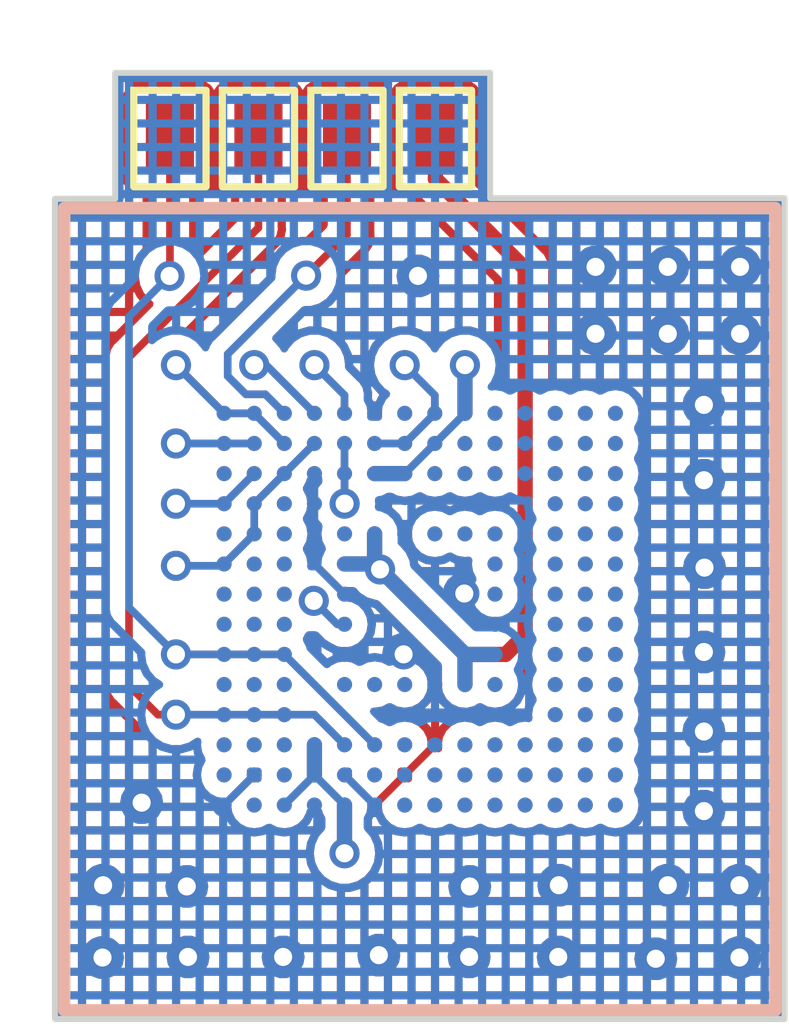
<source format=kicad_pcb>
(kicad_pcb (version 20221018) (generator pcbnew)
  (layers (0 "F.Cu" signal) (31 "B.Cu" signal) (34 "B.Paste" user) (35 "F.Paste" user) (36 "B.SilkS" user "B.Silkscreen") (37 "F.SilkS" user "F.Silkscreen") (38 "B.Mask" user) (39 "F.Mask" user) (44 "Edge.Cuts" user))
  (net 0 "")
  (net 1 "Net-(Bottom1-DAT0)")
  (net 2 "Net-(Bottom1-DAT1)")
  (net 3 "Net-(Bottom1-DAT2)")
  (net 4 "GND")
  (net 5 "Net-(Bottom1-DAT3)")
  (net 6 "Net-(Bottom1-DAT4)")
  (net 7 "Net-(Bottom1-DAT5)")
  (net 8 "Net-(Bottom1-DAT6)")
  (net 9 "Net-(Bottom1-DAT7)")
  (net 10 "VDDI")
  (net 11 "VDD")
  (net 12 "VDDF")
  (net 13 "Net-(Bottom1-DS)")
  (net 15 "Net-(Bottom1-CMD)")
  (net 16 "Net-(Bottom1-CLK)")
  (footprint "SniffPoint:VDDF" (layer "F.Cu") (at 146.91 93.27)
    (fp_text reference "SP4" hide)
    (fp_text value "VDDF")
  )
  (footprint "KLMCG4JETD:Top" (layer "F.Cu") (at 146.65 101.08)
    (fp_text reference "Top1" hide)
    (fp_text value "~" hide)
  )
  (footprint "SniffPoint:DAT0" (layer "F.Cu") (at 145.44 93.27)
    (fp_text reference "SP3" hide)
    (fp_text value "DAT0")
  )
  (footprint "SniffPoint:CMD" (layer "F.Cu") (at 143.97 93.27)
    (fp_text reference "SP1" hide)
    (fp_text value "CMD")
  )
  (footprint "SniffPoint:CLK" (layer "F.Cu") (at 142.5 93.27)
    (fp_text reference "SP2" hide)
    (fp_text value "CLK")
  )
  (footprint "KLMCG4JETD:Bottom" (layer "B.Cu") (at 146.65 101.08 180)
    (fp_text reference "Bottom1" hide)
    (fp_text value "~" hide)
  )
  (gr_poly (pts (xy 141.59 92.18) (xy 147.82 92.18) (xy 147.82 94.26) (xy 152.71 94.26) (xy 152.71 107.88) (xy 140.59 107.88) (xy 140.59 104.03) (xy 140.59 103.84) (xy 140.59 94.27) (xy 141.59 94.27)) (stroke (width 0.1)) (fill none) (layer "Edge.Cuts"))
  (segment (start 143.761538 97.5145) (end 144.0845 97.5145) (width 0.127) (layer "F.Cu") (net 1))
  (segment (start 143.4595 97.212462) (end 143.761538 97.5145) (width 0.127) (layer "F.Cu") (net 1))
  (segment (start 145.44 94.867039) (end 145.44 93.27) (width 0.127) (layer "F.Cu") (net 1))
  (segment (start 144.0845 97.5145) (end 144.4 97.83) (width 0.127) (layer "F.Cu") (net 1))
  (segment (start 144.76176 95.545279) (end 143.4595 96.847539) (width 0.127) (layer "F.Cu") (net 1))
  (segment (start 144.76176 95.545279) (end 145.44 94.867039) (width 0.127) (layer "F.Cu") (net 1))
  (segment (start 143.4595 96.847539) (end 143.4595 97.212462) (width 0.127) (layer "F.Cu") (net 1))
  (via (at 144.76176 95.545279) (size 0.5) (drill 0.3) (layers "F.Cu" "B.Cu") (net 1))
  (segment (start 144.0845 97.5145) (end 144.4 97.83) (width 0.127) (layer "B.Cu") (net 1))
  (segment (start 143.46 96.847039) (end 143.46 97.212962) (width 0.127) (layer "B.Cu") (net 1))
  (segment (start 143.46 97.212962) (end 143.761538 97.5145) (width 0.127) (layer "B.Cu") (net 1))
  (segment (start 144.76176 95.545279) (end 143.46 96.847039) (width 0.127) (layer "B.Cu") (net 1))
  (segment (start 143.761538 97.5145) (end 144.0845 97.5145) (width 0.127) (layer "B.Cu") (net 1))
  (segment (start 144.9 97.83) (end 144.1 97.03) (width 0.127) (layer "F.Cu") (net 2))
  (segment (start 144.1 97.03) (end 143.9 97.03) (width 0.127) (layer "F.Cu") (net 2))
  (via (at 143.9 97.03) (size 0.5) (drill 0.3) (layers "F.Cu" "B.Cu") (net 2))
  (segment (start 144.9 97.83) (end 144.1 97.03) (width 0.127) (layer "B.Cu") (net 2))
  (segment (start 144.1 97.03) (end 143.9 97.03) (width 0.127) (layer "B.Cu") (net 2))
  (segment (start 145.4 97.53) (end 144.9 97.03) (width 0.127) (layer "F.Cu") (net 3))
  (segment (start 145.4 97.83) (end 145.4 97.53) (width 0.127) (layer "F.Cu") (net 3))
  (via (at 144.9 97.03) (size 0.5) (drill 0.3) (layers "F.Cu" "B.Cu") (net 3))
  (segment (start 145.4 97.83) (end 145.4 97.53) (width 0.127) (layer "B.Cu") (net 3))
  (segment (start 145.4 97.53) (end 144.9 97.03) (width 0.127) (layer "B.Cu") (net 3))
  (segment (start 145.4 103.83) (end 145.9 104.33) (width 0.127) (layer "F.Cu") (net 4))
  (segment (start 144.9 98.83) (end 144.9 99.33) (width 0.127) (layer "F.Cu") (net 4))
  (segment (start 146.4 103.83) (end 146.9 103.33) (width 0.127) (layer "F.Cu") (net 4))
  (segment (start 145.9 104.33) (end 146.4 103.83) (width 0.127) (layer "F.Cu") (net 4))
  (segment (start 143.9 103.83) (end 143.4 104.33) (width 0.127) (layer "F.Cu") (net 4))
  (segment (start 146.381439 101.828841) (end 146.38028 101.83) (width 0.127) (layer "F.Cu") (net 4))
  (segment (start 146.381439 101.828841) (end 146.398841 101.828841) (width 0.127) (layer "F.Cu") (net 4))
  (segment (start 146.381439 101.828841) (end 146.381439 101.811439) (width 0.127) (layer "F.Cu") (net 4))
  (segment (start 145.4 100.83) (end 144.9 100.33) (width 0.127) (layer "F.Cu") (net 4))
  (segment (start 144.9 100.33) (end 144.9 99.33) (width 0.127) (layer "F.Cu") (net 4))
  (via (at 151.37 97.69) (size 0.5) (drill 0.3) (layers "F.Cu" "B.Cu") (net 4))
  (via (at 146.381439 101.828841) (size 0.5) (drill 0.3) (layers "F.Cu" "B.Cu") (net 4))
  (via (at 142.78 105.68) (size 0.5) (drill 0.3) (layers "F.Cu" "B.Cu") (net 4))
  (via (at 150.57 106.88) (size 0.5) (drill 0.3) (layers "F.Cu" "B.Cu") (net 4))
  (via (at 151.97 95.4) (size 0.5) (drill 0.3) (layers "F.Cu" "B.Cu") (net 4))
  (via (at 147.47 106.85) (size 0.5) (drill 0.3) (layers "F.Cu" "B.Cu") (net 4))
  (via (at 144.38 106.85) (size 0.5) (drill 0.3) (layers "F.Cu" "B.Cu") (net 4))
  (via (at 142.03 104.29) (size 0.5) (drill 0.3) (layers "F.Cu" "B.Cu") (net 4))
  (via (at 146.62 95.55) (size 0.5) (drill 0.3) (layers "F.Cu" "B.Cu") (net 4))
  (via (at 151.37 101.79) (size 0.5) (drill 0.3) (layers "F.Cu" "B.Cu") (net 4))
  (via (at 151.38 100.39) (size 0.5) (drill 0.3) (layers "F.Cu" "B.Cu") (net 4))
  (via (at 147.48 105.68) (size 0.5) (drill 0.3) (layers "F.Cu" "B.Cu") (net 4))
  (via (at 148.96 105.66) (size 0.5) (drill 0.3) (layers "F.Cu" "B.Cu") (net 4))
  (via (at 151.37 104.43) (size 0.5) (drill 0.3) (layers "F.Cu" "B.Cu") (net 4))
  (via (at 145.97 106.82) (size 0.5) (drill 0.3) (layers "F.Cu" "B.Cu") (net 4))
  (via (at 149.57 96.51) (size 0.5) (drill 0.3) (layers "F.Cu" "B.Cu") (net 4))
  (via (at 149.57 95.4) (size 0.5) (drill 0.3) (layers "F.Cu" "B.Cu") (net 4))
  (via (at 151.97 96.51) (size 0.5) (drill 0.3) (layers "F.Cu" "B.Cu") (net 4))
  (via (at 148.95 106.85) (size 0.5) (drill 0.3) (layers "F.Cu" "B.Cu") (net 4))
  (via (at 142.8 106.85) (size 0.5) (drill 0.3) (layers "F.Cu" "B.Cu") (net 4))
  (via (at 141.38 106.86) (size 0.5) (drill 0.3) (layers "F.Cu" "B.Cu") (net 4))
  (via (at 151.96 106.86) (size 0.5) (drill 0.3) (layers "F.Cu" "B.Cu") (net 4))
  (via (at 151.96 105.66) (size 0.5) (drill 0.3) (layers "F.Cu" "B.Cu") (net 4))
  (via (at 150.77 105.66) (size 0.5) (drill 0.3) (layers "F.Cu" "B.Cu") (net 4))
  (via (at 150.77 96.51) (size 0.5) (drill 0.3) (layers "F.Cu" "B.Cu") (net 4))
  (via (at 151.37 98.94) (size 0.5) (drill 0.3) (layers "F.Cu" "B.Cu") (net 4))
  (via (at 141.39 105.66) (size 0.5) (drill 0.3) (layers "F.Cu" "B.Cu") (net 4))
  (via (at 151.37 103.11) (size 0.5) (drill 0.3) (layers "F.Cu" "B.Cu") (net 4))
  (via (at 147.39 100.82) (size 0.5) (drill 0.3) (layers "F.Cu" "B.Cu") (net 4))
  (via (at 150.77 95.4) (size 0.5) (drill 0.3) (layers "F.Cu" "B.Cu") (net 4))
  (segment (start 146.381439 101.828841) (end 146.381439 101.811439) (width 0.127) (layer "B.Cu") (net 4))
  (segment (start 144.9 100.33) (end 145.4 100.83) (width 0.127) (layer "B.Cu") (net 4))
  (segment (start 143.9 103.83) (end 143.4 104.33) (width 0.127) (layer "B.Cu") (net 4))
  (segment (start 144.9 98.83) (end 144.9 99.33) (width 0.127) (layer "B.Cu") (net 4))
  (segment (start 146.381439 101.828841) (end 146.38028 101.83) (width 0.127) (layer "B.Cu") (net 4))
  (segment (start 146.381439 101.828841) (end 146.398841 101.828841) (width 0.127) (layer "B.Cu") (net 4))
  (segment (start 145.4 103.83) (end 145.9 104.33) (width 0.127) (layer "B.Cu") (net 4))
  (segment (start 144.9 99.33) (end 144.9 100.33) (width 0.127) (layer "B.Cu") (net 4))
  (segment (start 143.9 98.33) (end 142.6 98.33) (width 0.127) (layer "F.Cu") (net 5))
  (via (at 142.6 98.33) (size 0.5) (drill 0.3) (layers "F.Cu" "B.Cu") (net 5))
  (segment (start 143.9 98.33) (end 143.4 98.33) (width 0.127) (layer "B.Cu") (net 5))
  (segment (start 143.4 98.33) (end 142.6 98.33) (width 0.127) (layer "B.Cu") (net 5))
  (segment (start 143.9 97.83) (end 143.4 97.83) (width 0.127) (layer "F.Cu") (net 6))
  (segment (start 144.4 98.33) (end 143.9 97.83) (width 0.127) (layer "F.Cu") (net 6))
  (segment (start 143.4 97.83) (end 142.6 97.03) (width 0.127) (layer "F.Cu") (net 6))
  (via (at 142.6 97.03) (size 0.5) (drill 0.3) (layers "F.Cu" "B.Cu") (net 6))
  (segment (start 144.4 98.33) (end 143.9 97.83) (width 0.127) (layer "B.Cu") (net 6))
  (segment (start 143.9 97.83) (end 143.4 97.83) (width 0.127) (layer "B.Cu") (net 6))
  (segment (start 143.4 97.83) (end 142.6 97.03) (width 0.127) (layer "B.Cu") (net 6))
  (segment (start 143.37 100.36) (end 142.61 100.36) (width 0.127) (layer "F.Cu") (net 7))
  (segment (start 143.9 99.83) (end 143.4 100.33) (width 0.127) (layer "F.Cu") (net 7))
  (segment (start 143.9 99.33) (end 143.9 99.83) (width 0.127) (layer "F.Cu") (net 7))
  (segment (start 144.9 98.33) (end 143.9 99.33) (width 0.127) (layer "F.Cu") (net 7))
  (via (at 142.6 100.36) (size 0.5) (drill 0.3) (layers "F.Cu" "B.Cu") (net 7))
  (segment (start 144.9 98.33) (end 144.4 98.83) (width 0.127) (layer "B.Cu") (net 7))
  (segment (start 143.37 100.36) (end 142.61 100.36) (width 0.127) (layer "B.Cu") (net 7))
  (segment (start 143.9 99.83) (end 143.37 100.36) (width 0.127) (layer "B.Cu") (net 7))
  (segment (start 144.4 98.83) (end 143.9 99.33) (width 0.127) (layer "B.Cu") (net 7))
  (segment (start 143.9 99.33) (end 143.9 99.83) (width 0.127) (layer "B.Cu") (net 7))
  (segment (start 145.4015 99.328498) (end 145.4015 98.8315) (width 0.127) (layer "F.Cu") (net 8))
  (segment (start 145.4015 98.8315) (end 145.4 98.83) (width 0.127) (layer "F.Cu") (net 8))
  (segment (start 145.4 98.33) (end 145.4 98.83) (width 0.127) (layer "F.Cu") (net 8))
  (via (at 145.4015 99.328498) (size 0.5) (drill 0.3) (layers "F.Cu" "B.Cu") (net 8))
  (segment (start 145.4 98.33) (end 145.4 98.83) (width 0.127) (layer "B.Cu") (net 8))
  (segment (start 145.4 99.326998) (end 145.4015 99.328498) (width 0.127) (layer "B.Cu") (net 8))
  (segment (start 145.4 98.83) (end 145.4 99.326998) (width 0.127) (layer "B.Cu") (net 8))
  (segment (start 146.4 98.33) (end 146.9 97.83) (width 0.127) (layer "F.Cu") (net 9))
  (segment (start 146.9 97.53) (end 146.4 97.03) (width 0.127) (layer "F.Cu") (net 9))
  (segment (start 146.9 97.83) (end 146.9 97.53) (width 0.127) (layer "F.Cu") (net 9))
  (segment (start 145.9 98.33) (end 146.4 98.33) (width 0.127) (layer "F.Cu") (net 9))
  (via (at 146.4 97.03) (size 0.5) (drill 0.3) (layers "F.Cu" "B.Cu") (net 9))
  (segment (start 146.9 97.53) (end 146.4 97.03) (width 0.127) (layer "B.Cu") (net 9))
  (segment (start 145.9 98.33) (end 146.4 98.33) (width 0.127) (layer "B.Cu") (net 9))
  (segment (start 146.4 98.33) (end 146.9 97.83) (width 0.127) (layer "B.Cu") (net 9))
  (segment (start 146.9 97.83) (end 146.9 97.53) (width 0.127) (layer "B.Cu") (net 9))
  (segment (start 142.61 99.33) (end 143.4 99.33) (width 0.127) (layer "F.Cu") (net 10))
  (segment (start 143.9 98.83) (end 143.4 99.33) (width 0.127) (layer "F.Cu") (net 10))
  (via (at 142.6 99.33) (size 0.5) (drill 0.3) (layers "F.Cu" "B.Cu") (net 10))
  (segment (start 143.4 99.33) (end 142.6 99.33) (width 0.127) (layer "B.Cu") (net 10))
  (segment (start 143.9 98.83) (end 143.4 99.33) (width 0.127) (layer "B.Cu") (net 10))
  (segment (start 146.9 98.33) (end 147.4 97.83) (width 0.127) (layer "F.Cu") (net 11))
  (segment (start 144.9 103.33) (end 144.9 103.83) (width 0.254) (layer "F.Cu") (net 11))
  (segment (start 144.9 103.83) (end 144.4 104.33) (width 0.127) (layer "F.Cu") (net 11))
  (segment (start 146.4 98.83) (end 146.9 98.33) (width 0.127) (layer "F.Cu") (net 11))
  (segment (start 145.4 104.33) (end 145.4 105.13) (width 0.254) (layer "F.Cu") (net 11))
  (segment (start 144.9 103.83) (end 145.4 104.33) (width 0.127) (layer "F.Cu") (net 11))
  (segment (start 147.4 97.83) (end 147.4 97.03) (width 0.254) (layer "F.Cu") (net 11))
  (segment (start 145.9 98.83) (end 146.4 98.83) (width 0.254) (layer "F.Cu") (net 11))
  (via (at 145.4 105.13) (size 0.5) (drill 0.3) (layers "F.Cu" "B.Cu") (net 11))
  (via (at 147.4 97.03) (size 0.5) (drill 0.3) (layers "F.Cu" "B.Cu") (net 11))
  (segment (start 144.9 103.83) (end 145.4 104.33) (width 0.127) (layer "B.Cu") (net 11))
  (segment (start 145.9 98.83) (end 146.4 98.83) (width 0.254) (layer "B.Cu") (net 11))
  (segment (start 144.9 103.83) (end 144.4 104.33) (width 0.127) (layer "B.Cu") (net 11))
  (segment (start 145.4 104.33) (end 145.4 105.13) (width 0.254) (layer "B.Cu") (net 11))
  (segment (start 146.4 98.83) (end 146.9 98.33) (width 0.127) (layer "B.Cu") (net 11))
  (segment (start 146.9 98.33) (end 147.4 97.83) (width 0.127) (layer "B.Cu") (net 11))
  (segment (start 147.4 97.83) (end 147.4 97.03) (width 0.254) (layer "B.Cu") (net 11))
  (segment (start 144.9 103.83) (end 144.9 103.33) (width 0.254) (layer "B.Cu") (net 11))
  (segment (start 147.4 101.83) (end 146.24 100.67) (width 0.254) (layer "F.Cu") (net 12))
  (segment (start 147.4 101.83) (end 147.4 102.33) (width 0.254) (layer "F.Cu") (net 12))
  (segment (start 148.4 95.43) (end 146.91 93.94) (width 0.254) (layer "F.Cu") (net 12))
  (segment (start 148.076776 101.83) (end 148.4 101.506776) (width 0.254) (layer "F.Cu") (net 12))
  (segment (start 145.9 100.33) (end 146.24 100.67) (width 0.254) (layer "F.Cu") (net 12))
  (segment (start 147.9 101.83) (end 148.076776 101.83) (width 0.254) (layer "F.Cu") (net 12))
  (segment (start 146.91 93.94) (end 146.91 93.27) (width 0.254) (layer "F.Cu") (net 12))
  (segment (start 148.4 97.83) (end 148.4 95.43) (width 0.254) (layer "F.Cu") (net 12))
  (segment (start 147.9 101.83) (end 147.4 101.83) (width 0.254) (layer "F.Cu") (net 12))
  (segment (start 145.9 99.83) (end 145.9 100.33) (width 0.254) (layer "F.Cu") (net 12))
  (segment (start 145.4 100.33) (end 145.9 100.33) (width 0.254) (layer "F.Cu") (net 12))
  (segment (start 148.4 101.506776) (end 148.4 97.83) (width 0.254) (layer "F.Cu") (net 12))
  (via (at 145.99 100.42) (size 0.5) (drill 0.3) (layers "F.Cu" "B.Cu") (net 12))
  (segment (start 145.99 100.42) (end 145.9 100.33) (width 0.254) (layer "B.Cu") (net 12))
  (segment (start 147.4 101.83) (end 147.4 102.33) (width 0.254) (layer "B.Cu") (net 12))
  (segment (start 147.4 101.83) (end 147.9 101.83) (width 0.254) (layer "B.Cu") (net 12))
  (segment (start 145.9 99.83) (end 145.9 100.33) (width 0.254) (layer "B.Cu") (net 12))
  (segment (start 145.4 100.33) (end 145.9 100.33) (width 0.254) (layer "B.Cu") (net 12))
  (segment (start 145.99 100.42) (end 147.4 101.83) (width 0.254) (layer "B.Cu") (net 12))
  (segment (start 145.277746 101.33) (end 145.4 101.33) (width 0.127) (layer "F.Cu") (net 13))
  (segment (start 144.889005 100.941259) (end 145.277746 101.33) (width 0.127) (layer "F.Cu") (net 13))
  (via (at 144.889005 100.941259) (size 0.5) (drill 0.3) (layers "F.Cu" "B.Cu") (net 13))
  (segment (start 144.889005 100.941259) (end 144.891259 100.941259) (width 0.127) (layer "B.Cu") (net 13))
  (segment (start 144.891259 100.941259) (end 145.28 101.33) (width 0.127) (layer "B.Cu") (net 13))
  (segment (start 145.28 101.33) (end 145.4 101.33) (width 0.127) (layer "B.Cu") (net 13))
  (segment (start 142.3 102.83) (end 141.82 102.35) (width 0.127) (layer "F.Cu") (net 15))
  (segment (start 141.82 96.9) (end 143.97 94.75) (width 0.127) (layer "F.Cu") (net 15))
  (segment (start 144.4 102.83) (end 143.4 102.83) (width 0.127) (layer "F.Cu") (net 15))
  (segment (start 143.97 94.75) (end 143.97 93.27) (width 0.127) (layer "F.Cu") (net 15))
  (segment (start 145.4 103.33) (end 144.9 102.83) (width 0.127) (layer "F.Cu") (net 15))
  (segment (start 143.4 102.83) (end 142.3 102.83) (width 0.127) (layer "F.Cu") (net 15))
  (segment (start 144.9 102.83) (end 144.4 102.83) (width 0.127) (layer "F.Cu") (net 15))
  (segment (start 141.82 102.35) (end 141.82 96.9) (width 0.127) (layer "F.Cu") (net 15))
  (via (at 142.6 102.83) (size 0.5) (drill 0.3) (layers "F.Cu" "B.Cu") (net 15))
  (segment (start 145.4 103.33) (end 144.9 102.83) (width 0.127) (layer "B.Cu") (net 15))
  (segment (start 144.4 102.83) (end 142.6 102.83) (width 0.127) (layer "B.Cu") (net 15))
  (segment (start 144.9 102.83) (end 144.4 102.83) (width 0.127) (layer "B.Cu") (net 15))
  (segment (start 144.4 101.83) (end 143.9 101.83) (width 0.127) (layer "F.Cu") (net 16))
  (segment (start 143.9 101.83) (end 143.4 101.83) (width 0.127) (layer "F.Cu") (net 16))
  (segment (start 142.5 93.27) (end 142.5 95.543873) (width 0.127) (layer "F.Cu") (net 16))
  (segment (start 145.9 103.33) (end 144.4 101.83) (width 0.127) (layer "F.Cu") (net 16))
  (segment (start 143.4 101.83) (end 142.6 101.83) (width 0.127) (layer "F.Cu") (net 16))
  (segment (start 142.5 95.543873) (end 142.493873 95.55) (width 0.127) (layer "F.Cu") (net 16))
  (via (at 142.6 101.83) (size 0.5) (drill 0.3) (layers "F.Cu" "B.Cu") (net 16))
  (via (at 142.493873 95.55) (size 0.5) (drill 0.3) (layers "F.Cu" "B.Cu") (net 16))
  (segment (start 145.9 103.33) (end 144.4 101.83) (width 0.127) (layer "B.Cu") (net 16))
  (segment (start 142.61 101.83) (end 142.6 101.83) (width 0.127) (layer "B.Cu") (net 16))
  (segment (start 144.4 101.83) (end 143.9 101.83) (width 0.127) (layer "B.Cu") (net 16))
  (segment (start 143.9 101.83) (end 143.4 101.83) (width 0.127) (layer "B.Cu") (net 16))
  (segment (start 142.493873 95.55) (end 141.82 96.223873) (width 0.127) (layer "B.Cu") (net 16))
  (segment (start 143.4 101.83) (end 142.61 101.83) (width 0.127) (layer "B.Cu") (net 16))
  (segment (start 141.82 101.05) (end 142.6 101.83) (width 0.127) (layer "B.Cu") (net 16))
  (segment (start 141.82 96.223873) (end 141.82 101.05) (width 0.127) (layer "B.Cu") (net 16))
  (zone (net 4) (net_name "GND") (layers "F&B.Cu") (connect_pads yes (clearance 0.254)) (min_thickness 0.127) (fill yes (mode hatch) (thermal_gap 0.5) (thermal_bridge_width 0.5) (hatch_thickness 0.137) (hatch_gap 0.254) (hatch_orientation 0) (hatch_border_algorithm hatch_thickness) (hatch_min_hole_area 0.3))
    (polygon (pts (xy 140.54 107.93) (xy 152.76 107.93) (xy 152.76 92.13) (xy 140.53 92.13)))
  )
  (zone (net 4) (net_name "GND") (layer "B.Cu") (priority 1) (connect_pads yes (clearance 0.254)) (min_thickness 0.127) (fill yes (mode hatch) (thermal_gap 0.5) (thermal_bridge_width 0.5) (hatch_thickness 0.137) (hatch_gap 0.254) (hatch_orientation 0) (hatch_border_algorithm hatch_thickness) (hatch_min_hole_area 0.3))
    (polygon (pts (xy 140.53 92.13) (xy 152.76 92.13) (xy 152.76 107.93) (xy 140.54 107.93)))
  )
)
</source>
